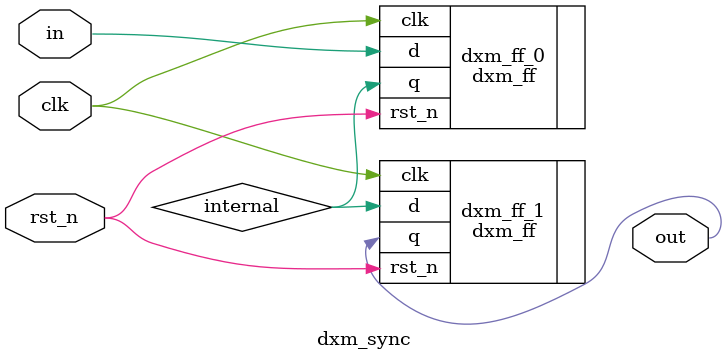
<source format=v>
module dxm_sync(clk, rst_n, in, out);
parameter width=1;
parameter show_warn=1;
`include "cc_params.inc"    
input    clk, rst_n;
input  [width-1:0]  in;
output  [width-1:0]  out;
wire  [width-1:0]   out;
wire  [width-1:0]  internal;
   // synopsys translate_off
initial 
   if ((width != 1) && (show_warn == 1)) 
      begin
          $display ("\n\n %m Error! Bus should not be synchronized!!! width= %h \n\n", width);
          $finish;
       end
   // synopsys translate_on
dxm_ff dxm_ff_0(.clk(clk), .rst_n(rst_n), .d(in), .q(internal));
dxm_ff dxm_ff_1(.clk(clk), .rst_n(rst_n), .d(internal), .q(out));
endmodule

</source>
